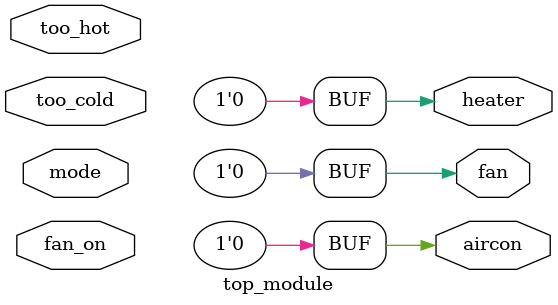
<source format=sv>
module top_module(
	input mode,
	input too_cold,
	input too_hot,
	input fan_on,
	output heater,
	output aircon,
	output fan
);

// Assign default values to outputs
assign heater = 0;
assign aircon = 0;
assign fan = 0;

// Fan control
always @(*)
    if (fan_on == 1)
        fan = 1;
    else
        fan = 0;

// Heating mode
always @(*)
    if (mode == 1 && too_cold == 1)
    begin
        heater = 1;
        aircon = 0;
    end
    else
        heater = 0;

// Cooling mode
always @(*)
    if (mode == 0 && too_hot == 1)
    begin
        aircon = 1;
        heater = 0;
    end
    else
        aircon = 0;
  
endmodule

</source>
